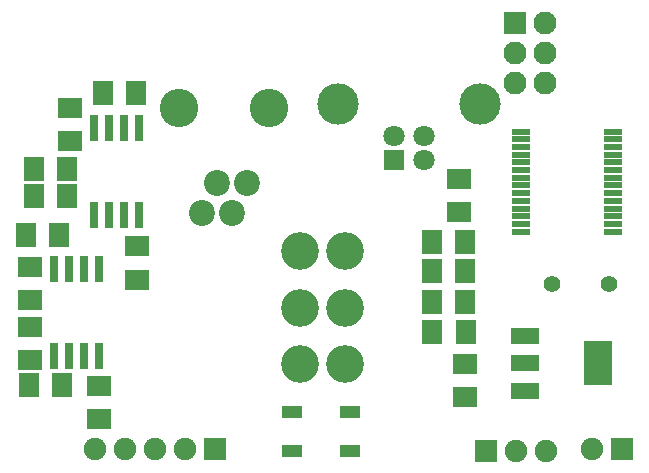
<source format=gbr>
G04 DipTrace 2.4.0.2*
%INBottomMask.gbr*%
%MOIN*%
%ADD41C,0.128*%
%ADD51C,0.0559*%
%ADD53C,0.1378*%
%ADD55C,0.0709*%
%ADD57R,0.0709X0.0709*%
%ADD59R,0.0669X0.0433*%
%ADD65C,0.0866*%
%ADD67C,0.126*%
%ADD69R,0.0315X0.0866*%
%ADD71C,0.0768*%
%ADD73R,0.0768X0.0768*%
%ADD75R,0.063X0.0197*%
%ADD81R,0.0787X0.0709*%
%ADD83R,0.0709X0.0787*%
%ADD85C,0.0748*%
%ADD87R,0.0748X0.0748*%
%ADD89R,0.0945X0.1496*%
%ADD91R,0.0959X0.0559*%
%FSLAX44Y44*%
G04*
G70*
G90*
G75*
G01*
%LNBotMask*%
%LPD*%
D91*
X21687Y6812D3*
Y7718D3*
Y8623D3*
D89*
X24125Y7717D3*
D87*
X11375Y4875D3*
D85*
X10375D3*
X9375D3*
X8375D3*
X7375D3*
D81*
X19687Y7687D3*
Y6585D3*
X19500Y12750D3*
Y13852D3*
D83*
X19687Y11750D3*
X18585D3*
X19687Y10812D3*
X18585D3*
X6437Y13312D3*
X5335D3*
X6249Y7000D3*
X5147D3*
D81*
X5187Y8938D3*
Y7836D3*
D83*
X6437Y14187D3*
X5335D3*
D81*
X7499Y5875D3*
Y6977D3*
X8761Y10511D3*
Y11613D3*
D83*
X7636Y16738D3*
X8738D3*
X5062Y12000D3*
X6164D3*
D75*
X24625Y15437D3*
Y15181D3*
Y14925D3*
Y14669D3*
Y14413D3*
Y14157D3*
Y13902D3*
Y13646D3*
Y13390D3*
Y13134D3*
Y12878D3*
Y12622D3*
Y12366D3*
Y12110D3*
X21554D3*
Y12366D3*
Y12622D3*
Y12878D3*
Y13134D3*
Y13390D3*
Y13646D3*
Y13902D3*
Y14157D3*
Y14413D3*
Y14669D3*
Y14925D3*
Y15181D3*
Y15437D3*
D73*
X21375Y19062D3*
D71*
Y18062D3*
Y17062D3*
X22375D3*
Y18062D3*
Y19062D3*
D69*
X5999Y10875D3*
X6499D3*
X6999D3*
X7499D3*
Y7962D3*
X6999D3*
X6499D3*
X5999D3*
X7312Y15562D3*
X7812D3*
X8312D3*
X8812D3*
Y12649D3*
X8312D3*
X7812D3*
X7312D3*
D67*
X14187Y7687D3*
Y9577D3*
Y11467D3*
X15687Y11469D3*
Y9579D3*
Y7689D3*
D87*
X24939Y4875D3*
D85*
X23939D3*
D87*
X20376Y4812D3*
D85*
X21376D3*
X22376D3*
D83*
X19687Y9750D3*
X18585D3*
D81*
X6511Y15136D3*
Y16238D3*
X5187Y9813D3*
Y10915D3*
D83*
X18607Y8750D3*
X19710D3*
D65*
X12424Y13717D3*
X11924Y12717D3*
X11424Y13717D3*
X10924Y12717D3*
D41*
X10174Y16216D3*
X13174D3*
D59*
X13937Y4812D3*
Y6111D3*
X15866D3*
Y4812D3*
D57*
X17336Y14508D3*
D55*
X18320D3*
Y15295D3*
X17336D3*
D53*
X20198Y16362D3*
X15458D3*
D51*
X24500Y10375D3*
X22600D3*
M02*

</source>
